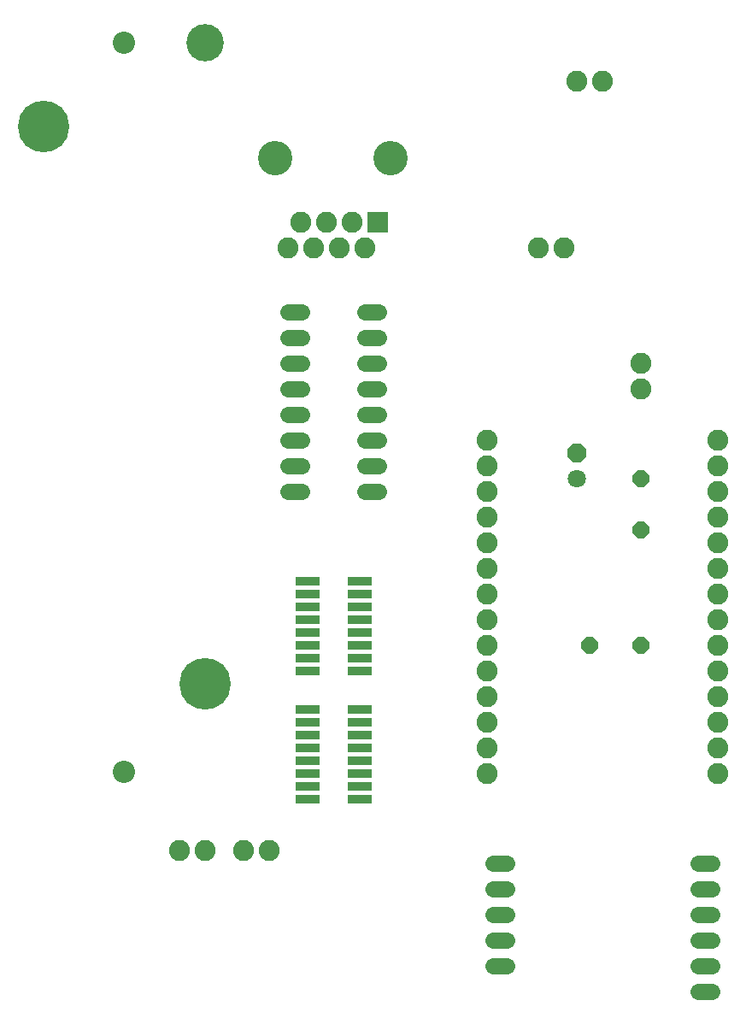
<source format=gbr>
G04 EAGLE Gerber X2 export*
%TF.Part,Single*%
%TF.FileFunction,Soldermask,Top,1*%
%TF.FilePolarity,Negative*%
%TF.GenerationSoftware,Autodesk,EAGLE,9.1.3*%
%TF.CreationDate,2019-02-03T20:39:41Z*%
G75*
%MOMM*%
%FSLAX34Y34*%
%LPD*%
%AMOC8*
5,1,8,0,0,1.08239X$1,22.5*%
G01*
%ADD10C,2.082800*%
%ADD11R,2.413000X0.812800*%
%ADD12C,1.625600*%
%ADD13C,5.103200*%
%ADD14C,3.703200*%
%ADD15C,2.203200*%
%ADD16R,2.082800X2.082800*%
%ADD17C,3.403200*%
%ADD18P,1.759533X8X112.500000*%
%ADD19P,1.951982X8X112.500000*%
%ADD20C,1.803400*%
%ADD21P,1.759533X8X202.500000*%


D10*
X342900Y12700D03*
X342900Y-12700D03*
X342900Y-38100D03*
X342900Y-63500D03*
X342900Y-88900D03*
X342900Y-114300D03*
X342900Y-139700D03*
X342900Y-165100D03*
X342900Y-190500D03*
X342900Y-215900D03*
X342900Y-241300D03*
X342900Y-266700D03*
X342900Y-292100D03*
X342900Y-317500D03*
X114300Y12700D03*
X114300Y-12700D03*
X114300Y-38100D03*
X114300Y-63500D03*
X114300Y-88900D03*
X114300Y-114300D03*
X114300Y-139700D03*
X114300Y-165100D03*
X114300Y-190500D03*
X114300Y-215900D03*
X114300Y-241300D03*
X114300Y-266700D03*
X114300Y-292100D03*
X114300Y-317500D03*
X266700Y88900D03*
X266700Y63500D03*
D11*
X-11506Y-215900D03*
X-11506Y-203200D03*
X-11506Y-190500D03*
X-11506Y-177800D03*
X-11506Y-165100D03*
X-11506Y-152400D03*
X-11506Y-139700D03*
X-11506Y-127000D03*
X-63500Y-127000D03*
X-63500Y-139700D03*
X-63500Y-152400D03*
X-63500Y-165100D03*
X-63500Y-177800D03*
X-63500Y-190500D03*
X-63500Y-203200D03*
X-63500Y-215900D03*
D12*
X119888Y-406400D02*
X134112Y-406400D01*
X134112Y-431800D02*
X119888Y-431800D01*
X119888Y-457200D02*
X134112Y-457200D01*
X134112Y-482600D02*
X119888Y-482600D01*
X119888Y-508000D02*
X134112Y-508000D01*
X323088Y-406400D02*
X337312Y-406400D01*
X337312Y-431800D02*
X323088Y-431800D01*
X323088Y-457200D02*
X337312Y-457200D01*
X337312Y-482600D02*
X323088Y-482600D01*
X323088Y-508000D02*
X337312Y-508000D01*
X337312Y-533400D02*
X323088Y-533400D01*
D13*
X-165100Y-228600D03*
D14*
X-165100Y406200D03*
D15*
X-245100Y406200D03*
D13*
X-325100Y323400D03*
D15*
X-245100Y-316000D03*
D10*
X-82550Y203200D03*
X-69850Y228600D03*
X-57150Y203200D03*
X-31750Y203200D03*
X-6350Y203200D03*
X-44450Y228600D03*
X-19050Y228600D03*
D16*
X6350Y228600D03*
D17*
X19050Y292100D03*
X-95250Y292100D03*
D12*
X-83312Y139700D02*
X-69088Y139700D01*
X-69088Y114300D02*
X-83312Y114300D01*
X-83312Y38100D02*
X-69088Y38100D01*
X-69088Y12700D02*
X-83312Y12700D01*
X-83312Y88900D02*
X-69088Y88900D01*
X-69088Y63500D02*
X-83312Y63500D01*
X-83312Y-12700D02*
X-69088Y-12700D01*
X-69088Y-38100D02*
X-83312Y-38100D01*
X-7112Y-38100D02*
X7112Y-38100D01*
X7112Y-12700D02*
X-7112Y-12700D01*
X-7112Y12700D02*
X7112Y12700D01*
X7112Y38100D02*
X-7112Y38100D01*
X-7112Y63500D02*
X7112Y63500D01*
X7112Y88900D02*
X-7112Y88900D01*
X-7112Y114300D02*
X7112Y114300D01*
X7112Y139700D02*
X-7112Y139700D01*
D10*
X-190500Y-393700D03*
X-165100Y-393700D03*
X-127000Y-393700D03*
X-101600Y-393700D03*
D11*
X-11506Y-342900D03*
X-11506Y-330200D03*
X-11506Y-317500D03*
X-11506Y-304800D03*
X-11506Y-292100D03*
X-11506Y-279400D03*
X-11506Y-266700D03*
X-11506Y-254000D03*
X-63500Y-254000D03*
X-63500Y-266700D03*
X-63500Y-279400D03*
X-63500Y-292100D03*
X-63500Y-304800D03*
X-63500Y-317500D03*
X-63500Y-330200D03*
X-63500Y-342900D03*
D10*
X165100Y203200D03*
X190500Y203200D03*
D18*
X266700Y-76200D03*
X266700Y-25400D03*
D19*
X203200Y0D03*
D20*
X203200Y-25400D03*
D21*
X266700Y-190500D03*
X215900Y-190500D03*
D10*
X203200Y368300D03*
X228600Y368300D03*
M02*

</source>
